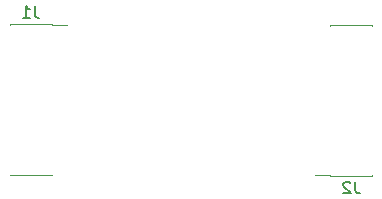
<source format=gbr>
%TF.GenerationSoftware,KiCad,Pcbnew,8.0.8*%
%TF.CreationDate,2025-01-18T10:05:32+01:00*%
%TF.ProjectId,RP2040-LCD-1_28,52503230-3430-42d4-9c43-442d312c3238,rev?*%
%TF.SameCoordinates,Original*%
%TF.FileFunction,Legend,Bot*%
%TF.FilePolarity,Positive*%
%FSLAX46Y46*%
G04 Gerber Fmt 4.6, Leading zero omitted, Abs format (unit mm)*
G04 Created by KiCad (PCBNEW 8.0.8) date 2025-01-18 10:05:32*
%MOMM*%
%LPD*%
G01*
G04 APERTURE LIST*
%ADD10C,0.150000*%
%ADD11C,0.120000*%
G04 APERTURE END LIST*
D10*
X167333333Y-98649819D02*
X167333333Y-99364104D01*
X167333333Y-99364104D02*
X167380952Y-99506961D01*
X167380952Y-99506961D02*
X167476190Y-99602200D01*
X167476190Y-99602200D02*
X167619047Y-99649819D01*
X167619047Y-99649819D02*
X167714285Y-99649819D01*
X166904761Y-98745057D02*
X166857142Y-98697438D01*
X166857142Y-98697438D02*
X166761904Y-98649819D01*
X166761904Y-98649819D02*
X166523809Y-98649819D01*
X166523809Y-98649819D02*
X166428571Y-98697438D01*
X166428571Y-98697438D02*
X166380952Y-98745057D01*
X166380952Y-98745057D02*
X166333333Y-98840295D01*
X166333333Y-98840295D02*
X166333333Y-98935533D01*
X166333333Y-98935533D02*
X166380952Y-99078390D01*
X166380952Y-99078390D02*
X166952380Y-99649819D01*
X166952380Y-99649819D02*
X166333333Y-99649819D01*
X140183333Y-83759819D02*
X140183333Y-84474104D01*
X140183333Y-84474104D02*
X140230952Y-84616961D01*
X140230952Y-84616961D02*
X140326190Y-84712200D01*
X140326190Y-84712200D02*
X140469047Y-84759819D01*
X140469047Y-84759819D02*
X140564285Y-84759819D01*
X139183333Y-84759819D02*
X139754761Y-84759819D01*
X139469047Y-84759819D02*
X139469047Y-83759819D01*
X139469047Y-83759819D02*
X139564285Y-83902676D01*
X139564285Y-83902676D02*
X139659523Y-83997914D01*
X139659523Y-83997914D02*
X139754761Y-84045533D01*
D11*
%TO.C,J2*%
X165235000Y-98130000D02*
X163910000Y-98130000D01*
X165235000Y-98130000D02*
X165235000Y-98195000D01*
X168765000Y-98195000D02*
X165235000Y-98195000D01*
X165235000Y-85375000D02*
X165235000Y-85440000D01*
X168765000Y-85375000D02*
X165235000Y-85375000D01*
X168765000Y-98130000D02*
X168765000Y-98195000D01*
X168765000Y-85375000D02*
X168765000Y-85440000D01*
%TO.C,J1*%
X141615000Y-85370000D02*
X142940000Y-85370000D01*
X141615000Y-85370000D02*
X141615000Y-85305000D01*
X138085000Y-85305000D02*
X141615000Y-85305000D01*
X141615000Y-98125000D02*
X141615000Y-98060000D01*
X138085000Y-98125000D02*
X141615000Y-98125000D01*
X138085000Y-85370000D02*
X138085000Y-85305000D01*
X138085000Y-98125000D02*
X138085000Y-98060000D01*
%TD*%
M02*

</source>
